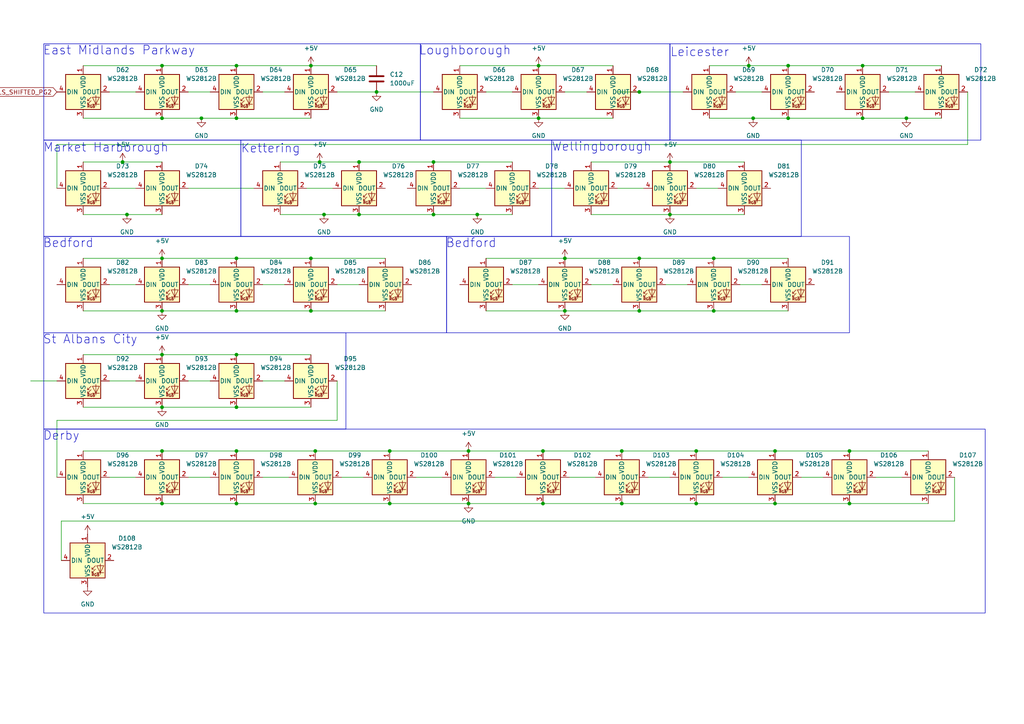
<source format=kicad_sch>
(kicad_sch (version 20250114) (generator "eeschema") (generator_version "9.0")
  (paper "A4")
  (title_block (title "Train Locs Board") (company "Sean Outram") (comment 1 "A TrainTrackr like board for the Midlands Mainline"))
  (lib_symbols
    (symbol "Device:C" (pin_numbers (hide yes)) (pin_names (offset 0.254))
      (property "Reference" "C" (at 0.635 2.54 0))
      (property "Value" "C" (at 0.635 -2.54 0))
      (symbol "C_0_1"
        (polyline (pts (xy -2.032 0.762) (xy 2.032 0.762)) (stroke (width 0.508)))
        (polyline (pts (xy -2.032 -0.762) (xy 2.032 -0.762)) (stroke (width 0.508)))
      )
      (symbol "C_1_1"
        (pin passive line (at 0 3.81 270) (length 2.794) (name "~") (number "1"))
        (pin passive line (at 0 -3.81 90) (length 2.794) (name "~") (number "2"))
      )
    )
    (symbol "LED:WS2812B" (pin_names (offset 0.254))
      (property "Reference" "D" (at 5.08 5.715 0))
      (property "Value" "WS2812B" (at 1.27 -5.715 0))
      (symbol "WS2812B_0_0"
        (text "RGB" (at 2.286 -4.191 0) (effects (font (size 0.762 0.762))))
      )
      (symbol "WS2812B_0_1"
        (polyline (pts (xy 1.27 -2.54) (xy 1.778 -2.54)))
        (polyline (pts (xy 1.27 -3.556) (xy 1.778 -3.556)))
        (polyline (pts (xy 2.286 -1.524) (xy 1.27 -2.54) (xy 1.27 -2.032)))
        (polyline (pts (xy 2.286 -2.54) (xy 1.27 -3.556) (xy 1.27 -3.048)))
        (polyline (pts (xy 3.683 -1.016) (xy 3.683 -3.556) (xy 3.683 -4.064)))
        (polyline (pts (xy 4.699 -1.524) (xy 2.667 -1.524) (xy 3.683 -3.556) (xy 4.699 -1.524)))
        (polyline (pts (xy 4.699 -3.556) (xy 2.667 -3.556)))
        (rectangle (start 5.08 5.08) (end -5.08 -5.08) (stroke (width 0.254)) (fill (type background)))
      )
      (symbol "WS2812B_1_1"
        (pin input line (at -7.62 0 0) (length 2.54) (name "DIN") (number "4"))
        (pin power_in line (at 0 7.62 270) (length 2.54) (name "VDD") (number "1"))
        (pin power_in line (at 0 -7.62 90) (length 2.54) (name "VSS") (number "3"))
        (pin output line (at 7.62 0 180) (length 2.54) (name "DOUT") (number "2"))
      )
    )
    (symbol "power:+5V" (power) (pin_numbers (hide yes)) (pin_names (offset 0) (hide yes))
      (property "Value" "+5V" (at 0 3.556 0))
      (symbol "+5V_0_1"
        (polyline (pts (xy -0.762 1.27) (xy 0 2.54)))
        (polyline (pts (xy 0 2.54) (xy 0.762 1.27)))
        (polyline (pts (xy 0 0) (xy 0 2.54)))
      )
      (symbol "+5V_1_1"
        (pin power_in line (at 0 0 90) (length 0) (name "~") (number "1"))
      )
    )
    (symbol "power:GND" (power) (pin_numbers (hide yes)) (pin_names (offset 0) (hide yes))
      (property "Value" "GND" (at 0 -3.81 0))
      (symbol "GND_0_1"
        (polyline (pts (xy 0 0) (xy 0 -1.27) (xy 1.27 -1.27) (xy 0 -2.54) (xy -1.27 -1.27) (xy 0 -1.27)))
      )
      (symbol "GND_1_1"
        (pin power_in line (at 0 0 270) (length 0) (name "~") (number "1"))
      )
    )
  )
  (rectangle (start 12.7 96.52) (end 100.33 124.46))
  (rectangle (start 129.54 68.58) (end 246.38 96.52))
  (rectangle (start 12.7 40.64) (end 69.85 68.58))
  (rectangle (start 69.85 40.64) (end 160.02 68.58))
  (rectangle (start 12.7 68.58) (end 129.54 96.52))
  (rectangle (start 12.7 124.46) (end 285.75 177.8))
  (rectangle (start 194.31 12.7) (end 284.48 40.64))
  (rectangle (start 12.7 12.7) (end 121.92 40.64))
  (rectangle (start 160.02 40.64) (end 232.41 68.58))
  (rectangle (start 121.92 12.7) (end 194.31 40.64))
  (text "Bedford" (at 19.812 70.612 0) (effects (font (size 2.54 2.54))))
  (text "East Midlands Parkway" (at 34.544 14.732 0) (effects (font (size 2.54 2.54))))
  (text "Loughborough" (at 134.874 14.732 0) (effects (font (size 2.54 2.54))))
  (text "Kettering" (at 78.486 43.18 0) (effects (font (size 2.54 2.54))))
  (text "Bedford" (at 136.652 70.612 0) (effects (font (size 2.54 2.54))))
  (text "St Albans City" (at 26.162 98.552 0) (effects (font (size 2.54 2.54))))
  (text "Market Harborough" (at 30.734 42.926 0) (effects (font (size 2.54 2.54))))
  (text "Wellingborough" (at 174.498 42.672 0) (effects (font (size 2.54 2.54))))
  (text "Leicester" (at 202.946 15.24 0) (effects (font (size 2.54 2.54))))
  (text "Derby" (at 17.78 126.492 0) (effects (font (size 2.54 2.54))))
  (junction (at 201.93 130.81))
  (junction (at 207.01 74.93))
  (junction (at 228.6 34.29))
  (junction (at 90.17 19.05))
  (junction (at 46.99 102.87))
  (junction (at 217.17 19.05))
  (junction (at 68.58 130.81))
  (junction (at 91.44 130.81))
  (junction (at 185.42 90.17))
  (junction (at 180.34 146.05))
  (junction (at 138.43 62.23))
  (junction (at 224.79 130.81))
  (junction (at 157.48 146.05))
  (junction (at 163.83 74.93))
  (junction (at 68.58 118.11))
  (junction (at 68.58 74.93))
  (junction (at 156.21 34.29))
  (junction (at 135.89 146.05))
  (junction (at 194.31 62.23))
  (junction (at 104.14 62.23))
  (junction (at 35.56 46.99))
  (junction (at 125.73 46.99))
  (junction (at 91.44 146.05))
  (junction (at 46.99 90.17))
  (junction (at 58.42 34.29))
  (junction (at 180.34 130.81))
  (junction (at 68.58 19.05))
  (junction (at 125.73 62.23))
  (junction (at 163.83 90.17))
  (junction (at 156.21 19.05))
  (junction (at 109.22 26.67))
  (junction (at 90.17 74.93))
  (junction (at 92.71 46.99))
  (junction (at 113.03 146.05))
  (junction (at 250.19 19.05))
  (junction (at 194.31 46.99))
  (junction (at 262.89 34.29))
  (junction (at 68.58 102.87))
  (junction (at 36.83 62.23))
  (junction (at 46.99 34.29))
  (junction (at 185.42 26.67))
  (junction (at 250.19 34.29))
  (junction (at 246.38 130.81))
  (junction (at 135.89 130.81))
  (junction (at 157.48 130.81))
  (junction (at 113.03 130.81))
  (junction (at 68.58 146.05))
  (junction (at 46.99 146.05))
  (junction (at 46.99 130.81))
  (junction (at 201.93 146.05))
  (junction (at 224.79 146.05))
  (junction (at 46.99 118.11))
  (junction (at 185.42 74.93))
  (junction (at 207.01 90.17))
  (junction (at 68.58 90.17))
  (junction (at 46.99 74.93))
  (junction (at 246.38 146.05))
  (junction (at 228.6 19.05))
  (junction (at 104.14 46.99))
  (junction (at 90.17 90.17))
  (junction (at 46.99 19.05))
  (junction (at 68.58 34.29))
  (junction (at 218.44 34.29))
  (junction (at 93.98 62.23))
  (wire (pts (xy 46.99 74.93) (xy 68.58 74.93)))
  (wire (pts (xy 163.83 26.67) (xy 170.18 26.67)))
  (wire (pts (xy 157.48 130.81) (xy 180.34 130.81)))
  (wire (pts (xy 68.58 130.81) (xy 46.99 130.81)))
  (wire (pts (xy 91.44 130.81) (xy 113.03 130.81)))
  (wire (pts (xy 68.58 118.11) (xy 90.17 118.11)))
  (wire (pts (xy 143.51 138.43) (xy 149.86 138.43)))
  (wire (pts (xy 246.38 130.81) (xy 269.24 130.81)))
  (wire (pts (xy 133.35 34.29) (xy 156.21 34.29)))
  (wire (pts (xy 163.83 90.17) (xy 185.42 90.17)))
  (wire (pts (xy 113.03 146.05) (xy 91.44 146.05)))
  (wire (pts (xy 135.89 130.81) (xy 157.48 130.81)))
  (wire (pts (xy 250.19 19.05) (xy 273.05 19.05)))
  (wire (pts (xy 224.79 146.05) (xy 246.38 146.05)))
  (wire (pts (xy 24.13 19.05) (xy 46.99 19.05)))
  (wire (pts (xy 209.55 138.43) (xy 217.17 138.43)))
  (wire (pts (xy 54.61 138.43) (xy 60.96 138.43)))
  (wire (pts (xy 24.13 46.99) (xy 35.56 46.99)))
  (wire (pts (xy 217.17 19.05) (xy 228.6 19.05)))
  (wire (pts (xy 140.97 74.93) (xy 163.83 74.93)))
  (wire (pts (xy 157.48 146.05) (xy 180.34 146.05)))
  (wire (pts (xy 24.13 102.87) (xy 46.99 102.87)))
  (wire (pts (xy 276.86 151.13) (xy 17.78 151.13)))
  (wire (pts (xy 156.21 34.29) (xy 177.8 34.29)))
  (wire (pts (xy 179.07 26.67) (xy 185.42 26.67)))
  (wire (pts (xy 17.78 151.13) (xy 17.78 162.56)))
  (wire (pts (xy 185.42 90.17) (xy 207.01 90.17)))
  (wire (pts (xy 185.42 26.67) (xy 198.12 26.67)))
  (wire (pts (xy 165.1 138.43) (xy 172.72 138.43)))
  (wire (pts (xy 207.01 90.17) (xy 228.6 90.17)))
  (wire (pts (xy 104.14 46.99) (xy 125.73 46.99)))
  (wire (pts (xy 90.17 90.17) (xy 111.76 90.17)))
  (wire (pts (xy 68.58 34.29) (xy 90.17 34.29)))
  (wire (pts (xy 194.31 62.23) (xy 215.9 62.23)))
  (wire (pts (xy 201.93 146.05) (xy 224.79 146.05)))
  (wire (pts (xy 31.75 26.67) (xy 39.37 26.67)))
  (wire (pts (xy 99.06 138.43) (xy 105.41 138.43)))
  (wire (pts (xy 120.65 138.43) (xy 128.27 138.43)))
  (wire (pts (xy 179.07 54.61) (xy 186.69 54.61)))
  (wire (pts (xy 24.13 146.05) (xy 46.99 146.05)))
  (wire (pts (xy 54.61 26.67) (xy 60.96 26.67)))
  (wire (pts (xy 113.03 146.05) (xy 135.89 146.05)))
  (wire (pts (xy 97.79 82.55) (xy 104.14 82.55)))
  (wire (pts (xy 193.04 82.55) (xy 199.39 82.55)))
  (wire (pts (xy 31.75 138.43) (xy 39.37 138.43)))
  (wire (pts (xy 218.44 34.29) (xy 228.6 34.29)))
  (wire (pts (xy 68.58 146.05) (xy 46.99 146.05)))
  (wire (pts (xy 135.89 146.05) (xy 157.48 146.05)))
  (wire (pts (xy 140.97 26.67) (xy 148.59 26.67)))
  (wire (pts (xy 97.79 110.49) (xy 97.79 121.92)))
  (wire (pts (xy 68.58 90.17) (xy 90.17 90.17)))
  (wire (pts (xy 187.96 138.43) (xy 194.31 138.43)))
  (wire (pts (xy 46.99 102.87) (xy 68.58 102.87)))
  (wire (pts (xy 171.45 46.99) (xy 194.31 46.99)))
  (wire (pts (xy 8.89 110.49) (xy 16.51 110.49)))
  (wire (pts (xy 16.51 41.91) (xy 16.51 54.61)))
  (wire (pts (xy 224.79 130.81) (xy 246.38 130.81)))
  (wire (pts (xy 207.01 74.93) (xy 228.6 74.93)))
  (wire (pts (xy 214.63 82.55) (xy 220.98 82.55)))
  (wire (pts (xy 68.58 130.81) (xy 91.44 130.81)))
  (wire (pts (xy 140.97 90.17) (xy 163.83 90.17)))
  (wire (pts (xy 46.99 34.29) (xy 58.42 34.29)))
  (wire (pts (xy 194.31 46.99) (xy 215.9 46.99)))
  (wire (pts (xy 133.35 54.61) (xy 140.97 54.61)))
  (wire (pts (xy 24.13 118.11) (xy 46.99 118.11)))
  (wire (pts (xy 201.93 130.81) (xy 224.79 130.81)))
  (wire (pts (xy 205.74 34.29) (xy 218.44 34.29)))
  (wire (pts (xy 262.89 34.29) (xy 273.05 34.29)))
  (wire (pts (xy 90.17 19.05) (xy 109.22 19.05)))
  (wire (pts (xy 213.36 26.67) (xy 220.98 26.67)))
  (wire (pts (xy 46.99 90.17) (xy 68.58 90.17)))
  (wire (pts (xy 171.45 62.23) (xy 194.31 62.23)))
  (wire (pts (xy 246.38 146.05) (xy 269.24 146.05)))
  (wire (pts (xy 36.83 62.23) (xy 46.99 62.23)))
  (wire (pts (xy 24.13 62.23) (xy 36.83 62.23)))
  (wire (pts (xy 185.42 74.93) (xy 207.01 74.93)))
  (wire (pts (xy 257.81 26.67) (xy 265.43 26.67)))
  (wire (pts (xy 148.59 82.55) (xy 156.21 82.55)))
  (wire (pts (xy 68.58 74.93) (xy 90.17 74.93)))
  (wire (pts (xy 31.75 54.61) (xy 39.37 54.61)))
  (wire (pts (xy 180.34 130.81) (xy 201.93 130.81)))
  (wire (pts (xy 201.93 54.61) (xy 208.28 54.61)))
  (wire (pts (xy 46.99 19.05) (xy 68.58 19.05)))
  (wire (pts (xy 24.13 90.17) (xy 46.99 90.17)))
  (wire (pts (xy 16.51 121.92) (xy 16.51 138.43)))
  (wire (pts (xy 90.17 19.05) (xy 68.58 19.05)))
  (wire (pts (xy 31.75 82.55) (xy 39.37 82.55)))
  (wire (pts (xy 91.44 146.05) (xy 68.58 146.05)))
  (wire (pts (xy 250.19 34.29) (xy 262.89 34.29)))
  (wire (pts (xy 156.21 19.05) (xy 177.8 19.05)))
  (wire (pts (xy 171.45 82.55) (xy 177.8 82.55)))
  (wire (pts (xy 81.28 46.99) (xy 92.71 46.99)))
  (wire (pts (xy 97.79 26.67) (xy 109.22 26.67)))
  (wire (pts (xy 24.13 34.29) (xy 46.99 34.29)))
  (wire (pts (xy 113.03 130.81) (xy 135.89 130.81)))
  (wire (pts (xy 156.21 54.61) (xy 163.83 54.61)))
  (wire (pts (xy 35.56 46.99) (xy 46.99 46.99)))
  (wire (pts (xy 54.61 110.49) (xy 60.96 110.49)))
  (wire (pts (xy 205.74 19.05) (xy 217.17 19.05)))
  (wire (pts (xy 54.61 82.55) (xy 60.96 82.55)))
  (wire (pts (xy 133.35 19.05) (xy 156.21 19.05)))
  (wire (pts (xy 163.83 74.93) (xy 185.42 74.93)))
  (wire (pts (xy 97.79 121.92) (xy 16.51 121.92)))
  (wire (pts (xy 228.6 19.05) (xy 250.19 19.05)))
  (wire (pts (xy 24.13 130.81) (xy 46.99 130.81)))
  (wire (pts (xy 76.2 82.55) (xy 82.55 82.55)))
  (wire (pts (xy 76.2 138.43) (xy 83.82 138.43)))
  (wire (pts (xy 125.73 46.99) (xy 148.59 46.99)))
  (wire (pts (xy 104.14 62.23) (xy 125.73 62.23)))
  (wire (pts (xy 76.2 110.49) (xy 82.55 110.49)))
  (wire (pts (xy 81.28 62.23) (xy 93.98 62.23)))
  (wire (pts (xy 228.6 34.29) (xy 250.19 34.29)))
  (wire (pts (xy 138.43 62.23) (xy 148.59 62.23)))
  (wire (pts (xy 93.98 62.23) (xy 104.14 62.23)))
  (wire (pts (xy 254 138.43) (xy 261.62 138.43)))
  (wire (pts (xy 24.13 74.93) (xy 46.99 74.93)))
  (wire (pts (xy 276.86 138.43) (xy 276.86 151.13)))
  (wire (pts (xy 125.73 62.23) (xy 138.43 62.23)))
  (wire (pts (xy 232.41 138.43) (xy 238.76 138.43)))
  (wire (pts (xy 16.51 41.91) (xy 280.67 41.91)))
  (wire (pts (xy 280.67 26.67) (xy 280.67 41.91)))
  (wire (pts (xy 31.75 110.49) (xy 39.37 110.49)))
  (wire (pts (xy 58.42 34.29) (xy 68.58 34.29)))
  (wire (pts (xy 76.2 26.67) (xy 82.55 26.67)))
  (wire (pts (xy 90.17 74.93) (xy 111.76 74.93)))
  (wire (pts (xy 92.71 46.99) (xy 104.14 46.99)))
  (wire (pts (xy 109.22 26.67) (xy 125.73 26.67)))
  (wire (pts (xy 88.9 54.61) (xy 96.52 54.61)))
  (wire (pts (xy 54.61 54.61) (xy 73.66 54.61)))
  (wire (pts (xy 180.34 146.05) (xy 201.93 146.05)))
  (wire (pts (xy 68.58 102.87) (xy 90.17 102.87)))
  (wire (pts (xy 46.99 118.11) (xy 68.58 118.11)))
  (global_label "NEOPIXELS_SHIFTED_PG2" (shape input) (at 16.51 26.67 180) (property "Intersheetrefs" "${INTERSHEET_REFS}" (effects (hide yes))))
  (symbol (lib_id "LED:WS2812B") (at 207.01 82.55 0) (unit 1)
    (property "Reference" "D90" (at 218.44 76.1298 0))
    (property "Value" "WS2812B" (at 218.44 78.6698 0))
    (property "Footprint" "LED_SMD:LED_WS2812B_PLCC4_5.0x5.0mm_P3.2mm" (effects (hide yes)))
    (property "Datasheet" "https://cdn-shop.adafruit.com/datasheets/WS2812B.pdf" (effects (hide yes)))
    (property "Description" "RGB LED with integrated controller" (effects (hide yes)))
  )
  (symbol (lib_id "LED:WS2812B") (at 246.38 138.43 0) (unit 1)
    (property "Reference" "D106" (at 257.81 132.0098 0))
    (property "Value" "WS2812B" (at 257.81 134.5498 0))
    (property "Footprint" "LED_SMD:LED_WS2812B_PLCC4_5.0x5.0mm_P3.2mm" (effects (hide yes)))
    (property "Datasheet" "https://cdn-shop.adafruit.com/datasheets/WS2812B.pdf" (effects (hide yes)))
    (property "Description" "RGB LED with integrated controller" (effects (hide yes)))
  )
  (symbol (lib_id "LED:WS2812B") (at 163.83 82.55 0) (unit 1)
    (property "Reference" "D88" (at 175.26 76.1298 0))
    (property "Value" "WS2812B" (at 175.26 78.6698 0))
    (property "Footprint" "LED_SMD:LED_WS2812B_PLCC4_5.0x5.0mm_P3.2mm" (effects (hide yes)))
    (property "Datasheet" "https://cdn-shop.adafruit.com/datasheets/WS2812B.pdf" (effects (hide yes)))
    (property "Description" "RGB LED with integrated controller" (effects (hide yes)))
  )
  (symbol (lib_id "power:GND") (at 135.89 146.05 0) (unit 1)
    (property "Reference" "#PWR069" (effects (hide yes)))
    (property "Value" "GND" (at 135.89 151.13 0))
    (property "Description" "Power symbol creates a global label with name \"GND\" , ground" (effects (hide yes)))
  )
  (symbol (lib_id "LED:WS2812B") (at 104.14 54.61 0) (unit 1)
    (property "Reference" "D76" (at 115.57 48.1898 0))
    (property "Value" "WS2812B" (at 115.57 50.7298 0))
    (property "Footprint" "LED_SMD:LED_WS2812B_PLCC4_5.0x5.0mm_P3.2mm" (effects (hide yes)))
    (property "Datasheet" "https://cdn-shop.adafruit.com/datasheets/WS2812B.pdf" (effects (hide yes)))
    (property "Description" "RGB LED with integrated controller" (effects (hide yes)))
  )
  (symbol (lib_id "power:+5V") (at 163.83 74.93 0) (unit 1)
    (property "Reference" "#PWR063" (effects (hide yes)))
    (property "Value" "+5V" (at 163.83 69.85 0))
    (property "Description" "Power symbol creates a global label with name \"+5V\"" (effects (hide yes)))
  )
  (symbol (lib_id "LED:WS2812B") (at 185.42 82.55 0) (unit 1)
    (property "Reference" "D89" (at 196.85 76.1298 0))
    (property "Value" "WS2812B" (at 196.85 78.6698 0))
    (property "Footprint" "LED_SMD:LED_WS2812B_PLCC4_5.0x5.0mm_P3.2mm" (effects (hide yes)))
    (property "Datasheet" "https://cdn-shop.adafruit.com/datasheets/WS2812B.pdf" (effects (hide yes)))
    (property "Description" "RGB LED with integrated controller" (effects (hide yes)))
  )
  (symbol (lib_id "power:+5V") (at 92.71 46.99 0) (unit 1)
    (property "Reference" "#PWR056" (effects (hide yes)))
    (property "Value" "+5V" (at 92.71 41.91 0))
    (property "Description" "Power symbol creates a global label with name \"+5V\"" (effects (hide yes)))
  )
  (symbol (lib_id "LED:WS2812B") (at 228.6 26.67 0) (unit 1)
    (property "Reference" "D70" (at 240.03 20.2498 0))
    (property "Value" "WS2812B" (at 240.03 22.7898 0))
    (property "Footprint" "LED_SMD:LED_WS2812B_PLCC4_5.0x5.0mm_P3.2mm" (effects (hide yes)))
    (property "Datasheet" "https://cdn-shop.adafruit.com/datasheets/WS2812B.pdf" (effects (hide yes)))
    (property "Description" "RGB LED with integrated controller" (effects (hide yes)))
  )
  (symbol (lib_id "LED:WS2812B") (at 46.99 26.67 0) (unit 1)
    (property "Reference" "D63" (at 58.42 20.2498 0))
    (property "Value" "WS2812B" (at 58.42 22.7898 0))
    (property "Footprint" "LED_SMD:LED_WS2812B_PLCC4_5.0x5.0mm_P3.2mm" (effects (hide yes)))
    (property "Datasheet" "https://cdn-shop.adafruit.com/datasheets/WS2812B.pdf" (effects (hide yes)))
    (property "Description" "RGB LED with integrated controller" (effects (hide yes)))
  )
  (symbol (lib_id "LED:WS2812B") (at 68.58 110.49 0) (unit 1)
    (property "Reference" "D94" (at 80.01 104.0698 0))
    (property "Value" "WS2812B" (at 80.01 106.6098 0))
    (property "Footprint" "LED_SMD:LED_WS2812B_PLCC4_5.0x5.0mm_P3.2mm" (effects (hide yes)))
    (property "Datasheet" "https://cdn-shop.adafruit.com/datasheets/WS2812B.pdf" (effects (hide yes)))
    (property "Description" "RGB LED with integrated controller" (effects (hide yes)))
  )
  (symbol (lib_id "LED:WS2812B") (at 269.24 138.43 0) (unit 1)
    (property "Reference" "D107" (at 280.67 132.0098 0))
    (property "Value" "WS2812B" (at 280.67 134.5498 0))
    (property "Footprint" "LED_SMD:LED_WS2812B_PLCC4_5.0x5.0mm_P3.2mm" (effects (hide yes)))
    (property "Datasheet" "https://cdn-shop.adafruit.com/datasheets/WS2812B.pdf" (effects (hide yes)))
    (property "Description" "RGB LED with integrated controller" (effects (hide yes)))
  )
  (symbol (lib_id "LED:WS2812B") (at 273.05 26.67 0) (unit 1)
    (property "Reference" "D72" (at 284.48 20.2498 0))
    (property "Value" "WS2812B" (at 284.48 22.7898 0))
    (property "Footprint" "LED_SMD:LED_WS2812B_PLCC4_5.0x5.0mm_P3.2mm" (effects (hide yes)))
    (property "Datasheet" "https://cdn-shop.adafruit.com/datasheets/WS2812B.pdf" (effects (hide yes)))
    (property "Description" "RGB LED with integrated controller" (effects (hide yes)))
  )
  (symbol (lib_id "power:+5V") (at 25.4 154.94 0) (unit 1)
    (property "Reference" "#PWR070" (effects (hide yes)))
    (property "Value" "+5V" (at 25.4 149.86 0))
    (property "Description" "Power symbol creates a global label with name \"+5V\"" (effects (hide yes)))
  )
  (symbol (lib_id "LED:WS2812B") (at 24.13 82.55 0) (unit 1)
    (property "Reference" "D82" (at 35.56 76.1298 0))
    (property "Value" "WS2812B" (at 35.56 78.6698 0))
    (property "Footprint" "LED_SMD:LED_WS2812B_PLCC4_5.0x5.0mm_P3.2mm" (effects (hide yes)))
    (property "Datasheet" "https://cdn-shop.adafruit.com/datasheets/WS2812B.pdf" (effects (hide yes)))
    (property "Description" "RGB LED with integrated controller" (effects (hide yes)))
  )
  (symbol (lib_id "power:GND") (at 262.89 34.29 0) (unit 1)
    (property "Reference" "#PWR054" (effects (hide yes)))
    (property "Value" "GND" (at 262.89 39.37 0))
    (property "Description" "Power symbol creates a global label with name \"GND\" , ground" (effects (hide yes)))
  )
  (symbol (lib_id "power:+5V") (at 156.21 19.05 0) (unit 1)
    (property "Reference" "#PWR048" (effects (hide yes)))
    (property "Value" "+5V" (at 156.21 13.97 0))
    (property "Description" "Power symbol creates a global label with name \"+5V\"" (effects (hide yes)))
  )
  (symbol (lib_id "LED:WS2812B") (at 81.28 54.61 0) (unit 1)
    (property "Reference" "D75" (at 92.71 48.1898 0))
    (property "Value" "WS2812B" (at 92.71 50.7298 0))
    (property "Footprint" "LED_SMD:LED_WS2812B_PLCC4_5.0x5.0mm_P3.2mm" (effects (hide yes)))
    (property "Datasheet" "https://cdn-shop.adafruit.com/datasheets/WS2812B.pdf" (effects (hide yes)))
    (property "Description" "RGB LED with integrated controller" (effects (hide yes)))
  )
  (symbol (lib_id "LED:WS2812B") (at 68.58 82.55 0) (unit 1)
    (property "Reference" "D84" (at 80.01 76.1298 0))
    (property "Value" "WS2812B" (at 80.01 78.6698 0))
    (property "Footprint" "LED_SMD:LED_WS2812B_PLCC4_5.0x5.0mm_P3.2mm" (effects (hide yes)))
    (property "Datasheet" "https://cdn-shop.adafruit.com/datasheets/WS2812B.pdf" (effects (hide yes)))
    (property "Description" "RGB LED with integrated controller" (effects (hide yes)))
  )
  (symbol (lib_id "Device:C") (at 109.22 22.86 0) (unit 1)
    (property "Reference" "C12" (at 113.03 21.5899 0) (effects (justify left)))
    (property "Value" "1000uF" (at 113.03 24.1299 0) (effects (justify left)))
    (property "Description" "Unpolarized capacitor" (effects (hide yes)))
  )
  (symbol (lib_id "LED:WS2812B") (at 148.59 54.61 0) (unit 1)
    (property "Reference" "D78" (at 160.02 48.1898 0))
    (property "Value" "WS2812B" (at 160.02 50.7298 0))
    (property "Footprint" "LED_SMD:LED_WS2812B_PLCC4_5.0x5.0mm_P3.2mm" (effects (hide yes)))
    (property "Datasheet" "https://cdn-shop.adafruit.com/datasheets/WS2812B.pdf" (effects (hide yes)))
    (property "Description" "RGB LED with integrated controller" (effects (hide yes)))
  )
  (symbol (lib_id "LED:WS2812B") (at 205.74 26.67 0) (unit 1)
    (property "Reference" "D69" (at 217.17 20.2498 0))
    (property "Value" "WS2812B" (at 217.17 22.7898 0))
    (property "Footprint" "LED_SMD:LED_WS2812B_PLCC4_5.0x5.0mm_P3.2mm" (effects (hide yes)))
    (property "Datasheet" "https://cdn-shop.adafruit.com/datasheets/WS2812B.pdf" (effects (hide yes)))
    (property "Description" "RGB LED with integrated controller" (effects (hide yes)))
  )
  (symbol (lib_id "LED:WS2812B") (at 157.48 138.43 0) (unit 1)
    (property "Reference" "D102" (at 168.91 132.0098 0))
    (property "Value" "WS2812B" (at 168.91 134.5498 0))
    (property "Footprint" "LED_SMD:LED_WS2812B_PLCC4_5.0x5.0mm_P3.2mm" (effects (hide yes)))
    (property "Datasheet" "https://cdn-shop.adafruit.com/datasheets/WS2812B.pdf" (effects (hide yes)))
    (property "Description" "RGB LED with integrated controller" (effects (hide yes)))
  )
  (symbol (lib_id "LED:WS2812B") (at 125.73 54.61 0) (unit 1)
    (property "Reference" "D77" (at 137.16 48.1898 0))
    (property "Value" "WS2812B" (at 137.16 50.7298 0))
    (property "Footprint" "LED_SMD:LED_WS2812B_PLCC4_5.0x5.0mm_P3.2mm" (effects (hide yes)))
    (property "Datasheet" "https://cdn-shop.adafruit.com/datasheets/WS2812B.pdf" (effects (hide yes)))
    (property "Description" "RGB LED with integrated controller" (effects (hide yes)))
  )
  (symbol (lib_id "LED:WS2812B") (at 24.13 26.67 0) (unit 1)
    (property "Reference" "D62" (at 35.56 20.2498 0))
    (property "Value" "WS2812B" (at 35.56 22.7898 0))
    (property "Footprint" "LED_SMD:LED_WS2812B_PLCC4_5.0x5.0mm_P3.2mm" (effects (hide yes)))
    (property "Datasheet" "https://cdn-shop.adafruit.com/datasheets/WS2812B.pdf" (effects (hide yes)))
    (property "Description" "RGB LED with integrated controller" (effects (hide yes)))
  )
  (symbol (lib_id "LED:WS2812B") (at 46.99 54.61 0) (unit 1)
    (property "Reference" "D74" (at 58.42 48.1898 0))
    (property "Value" "WS2812B" (at 58.42 50.7298 0))
    (property "Footprint" "LED_SMD:LED_WS2812B_PLCC4_5.0x5.0mm_P3.2mm" (effects (hide yes)))
    (property "Datasheet" "https://cdn-shop.adafruit.com/datasheets/WS2812B.pdf" (effects (hide yes)))
    (property "Description" "RGB LED with integrated controller" (effects (hide yes)))
  )
  (symbol (lib_id "LED:WS2812B") (at 113.03 138.43 0) (unit 1)
    (property "Reference" "D100" (at 124.46 132.0098 0))
    (property "Value" "WS2812B" (at 124.46 134.5498 0))
    (property "Footprint" "LED_SMD:LED_WS2812B_PLCC4_5.0x5.0mm_P3.2mm" (effects (hide yes)))
    (property "Datasheet" "https://cdn-shop.adafruit.com/datasheets/WS2812B.pdf" (effects (hide yes)))
    (property "Description" "RGB LED with integrated controller" (effects (hide yes)))
  )
  (symbol (lib_id "LED:WS2812B") (at 46.99 82.55 0) (unit 1)
    (property "Reference" "D83" (at 58.42 76.1298 0))
    (property "Value" "WS2812B" (at 58.42 78.6698 0))
    (property "Footprint" "LED_SMD:LED_WS2812B_PLCC4_5.0x5.0mm_P3.2mm" (effects (hide yes)))
    (property "Datasheet" "https://cdn-shop.adafruit.com/datasheets/WS2812B.pdf" (effects (hide yes)))
    (property "Description" "RGB LED with integrated controller" (effects (hide yes)))
  )
  (symbol (lib_id "power:GND") (at 218.44 34.29 0) (unit 1)
    (property "Reference" "#PWR053" (effects (hide yes)))
    (property "Value" "GND" (at 218.44 39.37 0))
    (property "Description" "Power symbol creates a global label with name \"GND\" , ground" (effects (hide yes)))
  )
  (symbol (lib_id "power:+5V") (at 135.89 130.81 0) (unit 1)
    (property "Reference" "#PWR068" (effects (hide yes)))
    (property "Value" "+5V" (at 135.89 125.73 0))
    (property "Description" "Power symbol creates a global label with name \"+5V\"" (effects (hide yes)))
  )
  (symbol (lib_id "LED:WS2812B") (at 24.13 54.61 0) (unit 1)
    (property "Reference" "D73" (at 35.56 48.1898 0))
    (property "Value" "WS2812B" (at 35.56 50.7298 0))
    (property "Footprint" "LED_SMD:LED_WS2812B_PLCC4_5.0x5.0mm_P3.2mm" (effects (hide yes)))
    (property "Datasheet" "https://cdn-shop.adafruit.com/datasheets/WS2812B.pdf" (effects (hide yes)))
    (property "Description" "RGB LED with integrated controller" (effects (hide yes)))
  )
  (symbol (lib_id "LED:WS2812B") (at 215.9 54.61 0) (unit 1)
    (property "Reference" "D81" (at 227.33 48.1898 0))
    (property "Value" "WS2812B" (at 227.33 50.7298 0))
    (property "Footprint" "LED_SMD:LED_WS2812B_PLCC4_5.0x5.0mm_P3.2mm" (effects (hide yes)))
    (property "Datasheet" "https://cdn-shop.adafruit.com/datasheets/WS2812B.pdf" (effects (hide yes)))
    (property "Description" "RGB LED with integrated controller" (effects (hide yes)))
  )
  (symbol (lib_id "LED:WS2812B") (at 90.17 82.55 0) (unit 1)
    (property "Reference" "D85" (at 101.6 76.1298 0))
    (property "Value" "WS2812B" (at 101.6 78.6698 0))
    (property "Footprint" "LED_SMD:LED_WS2812B_PLCC4_5.0x5.0mm_P3.2mm" (effects (hide yes)))
    (property "Datasheet" "https://cdn-shop.adafruit.com/datasheets/WS2812B.pdf" (effects (hide yes)))
    (property "Description" "RGB LED with integrated controller" (effects (hide yes)))
  )
  (symbol (lib_id "LED:WS2812B") (at 250.19 26.67 0) (unit 1)
    (property "Reference" "D71" (at 261.62 20.2498 0))
    (property "Value" "WS2812B" (at 261.62 22.7898 0))
    (property "Footprint" "LED_SMD:LED_WS2812B_PLCC4_5.0x5.0mm_P3.2mm" (effects (hide yes)))
    (property "Datasheet" "https://cdn-shop.adafruit.com/datasheets/WS2812B.pdf" (effects (hide yes)))
    (property "Description" "RGB LED with integrated controller" (effects (hide yes)))
  )
  (symbol (lib_id "LED:WS2812B") (at 140.97 82.55 0) (unit 1)
    (property "Reference" "D87" (at 152.4 76.1298 0))
    (property "Value" "WS2812B" (at 152.4 78.6698 0))
    (property "Footprint" "LED_SMD:LED_WS2812B_PLCC4_5.0x5.0mm_P3.2mm" (effects (hide yes)))
    (property "Datasheet" "https://cdn-shop.adafruit.com/datasheets/WS2812B.pdf" (effects (hide yes)))
    (property "Description" "RGB LED with integrated controller" (effects (hide yes)))
  )
  (symbol (lib_id "LED:WS2812B") (at 46.99 138.43 0) (unit 1)
    (property "Reference" "D97" (at 58.42 132.0098 0))
    (property "Value" "WS2812B" (at 58.42 134.5498 0))
    (property "Footprint" "LED_SMD:LED_WS2812B_PLCC4_5.0x5.0mm_P3.2mm" (effects (hide yes)))
    (property "Datasheet" "https://cdn-shop.adafruit.com/datasheets/WS2812B.pdf" (effects (hide yes)))
    (property "Description" "RGB LED with integrated controller" (effects (hide yes)))
  )
  (symbol (lib_id "LED:WS2812B") (at 135.89 138.43 0) (unit 1)
    (property "Reference" "D101" (at 147.32 132.0098 0))
    (property "Value" "WS2812B" (at 147.32 134.5498 0))
    (property "Footprint" "LED_SMD:LED_WS2812B_PLCC4_5.0x5.0mm_P3.2mm" (effects (hide yes)))
    (property "Datasheet" "https://cdn-shop.adafruit.com/datasheets/WS2812B.pdf" (effects (hide yes)))
    (property "Description" "RGB LED with integrated controller" (effects (hide yes)))
  )
  (symbol (lib_id "power:GND") (at 25.4 170.18 0) (unit 1)
    (property "Reference" "#PWR071" (effects (hide yes)))
    (property "Value" "GND" (at 25.4 175.26 0))
    (property "Description" "Power symbol creates a global label with name \"GND\" , ground" (effects (hide yes)))
  )
  (symbol (lib_id "LED:WS2812B") (at 177.8 26.67 0) (unit 1)
    (property "Reference" "D68" (at 189.23 20.2498 0))
    (property "Value" "WS2812B" (at 189.23 22.7898 0))
    (property "Footprint" "LED_SMD:LED_WS2812B_PLCC4_5.0x5.0mm_P3.2mm" (effects (hide yes)))
    (property "Datasheet" "https://cdn-shop.adafruit.com/datasheets/WS2812B.pdf" (effects (hide yes)))
    (property "Description" "RGB LED with integrated controller" (effects (hide yes)))
  )
  (symbol (lib_id "power:GND") (at 46.99 118.11 0) (unit 1)
    (property "Reference" "#PWR067" (effects (hide yes)))
    (property "Value" "GND" (at 46.99 123.19 0))
    (property "Description" "Power symbol creates a global label with name \"GND\" , ground" (effects (hide yes)))
  )
  (symbol (lib_id "power:GND") (at 46.99 90.17 0) (unit 1)
    (property "Reference" "#PWR064" (effects (hide yes)))
    (property "Value" "GND" (at 46.99 95.25 0))
    (property "Description" "Power symbol creates a global label with name \"GND\" , ground" (effects (hide yes)))
  )
  (symbol (lib_id "power:+5V") (at 46.99 74.93 0) (unit 1)
    (property "Reference" "#PWR062" (effects (hide yes)))
    (property "Value" "+5V" (at 46.99 69.85 0))
    (property "Description" "Power symbol creates a global label with name \"+5V\"" (effects (hide yes)))
  )
  (symbol (lib_id "LED:WS2812B") (at 46.99 110.49 0) (unit 1)
    (property "Reference" "D93" (at 58.42 104.0698 0))
    (property "Value" "WS2812B" (at 58.42 106.6098 0))
    (property "Footprint" "LED_SMD:LED_WS2812B_PLCC4_5.0x5.0mm_P3.2mm" (effects (hide yes)))
    (property "Datasheet" "https://cdn-shop.adafruit.com/datasheets/WS2812B.pdf" (effects (hide yes)))
    (property "Description" "RGB LED with integrated controller" (effects (hide yes)))
  )
  (symbol (lib_id "LED:WS2812B") (at 68.58 26.67 0) (unit 1)
    (property "Reference" "D64" (at 80.01 20.2498 0))
    (property "Value" "WS2812B" (at 80.01 22.7898 0))
    (property "Footprint" "LED_SMD:LED_WS2812B_PLCC4_5.0x5.0mm_P3.2mm" (effects (hide yes)))
    (property "Datasheet" "https://cdn-shop.adafruit.com/datasheets/WS2812B.pdf" (effects (hide yes)))
    (property "Description" "RGB LED with integrated controller" (effects (hide yes)))
  )
  (symbol (lib_id "LED:WS2812B") (at 180.34 138.43 0) (unit 1)
    (property "Reference" "D103" (at 191.77 132.0098 0))
    (property "Value" "WS2812B" (at 191.77 134.5498 0))
    (property "Footprint" "LED_SMD:LED_WS2812B_PLCC4_5.0x5.0mm_P3.2mm" (effects (hide yes)))
    (property "Datasheet" "https://cdn-shop.adafruit.com/datasheets/WS2812B.pdf" (effects (hide yes)))
    (property "Description" "RGB LED with integrated controller" (effects (hide yes)))
  )
  (symbol (lib_id "power:GND") (at 109.22 26.67 0) (unit 1)
    (property "Reference" "#PWR050" (effects (hide yes)))
    (property "Value" "GND" (at 109.22 31.75 0))
    (property "Description" "Power symbol creates a global label with name \"GND\" , ground" (effects (hide yes)))
  )
  (symbol (lib_id "LED:WS2812B") (at 156.21 26.67 0) (unit 1)
    (property "Reference" "D67" (at 167.64 20.2498 0))
    (property "Value" "WS2812B" (at 167.64 22.7898 0))
    (property "Footprint" "LED_SMD:LED_WS2812B_PLCC4_5.0x5.0mm_P3.2mm" (effects (hide yes)))
    (property "Datasheet" "https://cdn-shop.adafruit.com/datasheets/WS2812B.pdf" (effects (hide yes)))
    (property "Description" "RGB LED with integrated controller" (effects (hide yes)))
  )
  (symbol (lib_id "LED:WS2812B") (at 25.4 162.56 0) (unit 1)
    (property "Reference" "D108" (at 36.83 156.1398 0))
    (property "Value" "WS2812B" (at 36.83 158.6798 0))
    (property "Footprint" "LED_SMD:LED_WS2812B_PLCC4_5.0x5.0mm_P3.2mm" (effects (hide yes)))
    (property "Datasheet" "https://cdn-shop.adafruit.com/datasheets/WS2812B.pdf" (effects (hide yes)))
    (property "Description" "RGB LED with integrated controller" (effects (hide yes)))
  )
  (symbol (lib_id "LED:WS2812B") (at 24.13 138.43 0) (unit 1)
    (property "Reference" "D96" (at 35.56 132.0098 0))
    (property "Value" "WS2812B" (at 35.56 134.5498 0))
    (property "Footprint" "LED_SMD:LED_WS2812B_PLCC4_5.0x5.0mm_P3.2mm" (effects (hide yes)))
    (property "Datasheet" "https://cdn-shop.adafruit.com/datasheets/WS2812B.pdf" (effects (hide yes)))
    (property "Description" "RGB LED with integrated controller" (effects (hide yes)))
  )
  (symbol (lib_id "power:+5V") (at 46.99 102.87 0) (unit 1)
    (property "Reference" "#PWR066" (effects (hide yes)))
    (property "Value" "+5V" (at 46.99 97.79 0))
    (property "Description" "Power symbol creates a global label with name \"+5V\"" (effects (hide yes)))
  )
  (symbol (lib_id "LED:WS2812B") (at 111.76 82.55 0) (unit 1)
    (property "Reference" "D86" (at 123.19 76.1298 0))
    (property "Value" "WS2812B" (at 123.19 78.6698 0))
    (property "Footprint" "LED_SMD:LED_WS2812B_PLCC4_5.0x5.0mm_P3.2mm" (effects (hide yes)))
    (property "Datasheet" "https://cdn-shop.adafruit.com/datasheets/WS2812B.pdf" (effects (hide yes)))
    (property "Description" "RGB LED with integrated controller" (effects (hide yes)))
  )
  (symbol (lib_id "power:GND") (at 58.42 34.29 0) (unit 1)
    (property "Reference" "#PWR051" (effects (hide yes)))
    (property "Value" "GND" (at 58.42 39.37 0))
    (property "Description" "Power symbol creates a global label with name \"GND\" , ground" (effects (hide yes)))
  )
  (symbol (lib_id "power:GND") (at 163.83 90.17 0) (unit 1)
    (property "Reference" "#PWR065" (effects (hide yes)))
    (property "Value" "GND" (at 163.83 95.25 0))
    (property "Description" "Power symbol creates a global label with name \"GND\" , ground" (effects (hide yes)))
  )
  (symbol (lib_id "power:GND") (at 93.98 62.23 0) (unit 1)
    (property "Reference" "#PWR059" (effects (hide yes)))
    (property "Value" "GND" (at 93.98 67.31 0))
    (property "Description" "Power symbol creates a global label with name \"GND\" , ground" (effects (hide yes)))
  )
  (symbol (lib_id "power:GND") (at 138.43 62.23 0) (unit 1)
    (property "Reference" "#PWR060" (effects (hide yes)))
    (property "Value" "GND" (at 138.43 67.31 0))
    (property "Description" "Power symbol creates a global label with name \"GND\" , ground" (effects (hide yes)))
  )
  (symbol (lib_id "LED:WS2812B") (at 201.93 138.43 0) (unit 1)
    (property "Reference" "D104" (at 213.36 132.0098 0))
    (property "Value" "WS2812B" (at 213.36 134.5498 0))
    (property "Footprint" "LED_SMD:LED_WS2812B_PLCC4_5.0x5.0mm_P3.2mm" (effects (hide yes)))
    (property "Datasheet" "https://cdn-shop.adafruit.com/datasheets/WS2812B.pdf" (effects (hide yes)))
    (property "Description" "RGB LED with integrated controller" (effects (hide yes)))
  )
  (symbol (lib_id "power:GND") (at 36.83 62.23 0) (unit 1)
    (property "Reference" "#PWR058" (effects (hide yes)))
    (property "Value" "GND" (at 36.83 67.31 0))
    (property "Description" "Power symbol creates a global label with name \"GND\" , ground" (effects (hide yes)))
  )
  (symbol (lib_id "LED:WS2812B") (at 133.35 26.67 0) (unit 1)
    (property "Reference" "D66" (at 144.78 20.2498 0))
    (property "Value" "WS2812B" (at 144.78 22.7898 0))
    (property "Footprint" "LED_SMD:LED_WS2812B_PLCC4_5.0x5.0mm_P3.2mm" (effects (hide yes)))
    (property "Datasheet" "https://cdn-shop.adafruit.com/datasheets/WS2812B.pdf" (effects (hide yes)))
    (property "Description" "RGB LED with integrated controller" (effects (hide yes)))
  )
  (symbol (lib_id "LED:WS2812B") (at 90.17 26.67 0) (unit 1)
    (property "Reference" "D65" (at 101.6 20.2498 0))
    (property "Value" "WS2812B" (at 101.6 22.7898 0))
    (property "Footprint" "LED_SMD:LED_WS2812B_PLCC4_5.0x5.0mm_P3.2mm" (effects (hide yes)))
    (property "Datasheet" "https://cdn-shop.adafruit.com/datasheets/WS2812B.pdf" (effects (hide yes)))
    (property "Description" "RGB LED with integrated controller" (effects (hide yes)))
  )
  (symbol (lib_id "LED:WS2812B") (at 228.6 82.55 0) (unit 1)
    (property "Reference" "D91" (at 240.03 76.1298 0))
    (property "Value" "WS2812B" (at 240.03 78.6698 0))
    (property "Footprint" "LED_SMD:LED_WS2812B_PLCC4_5.0x5.0mm_P3.2mm" (effects (hide yes)))
    (property "Datasheet" "https://cdn-shop.adafruit.com/datasheets/WS2812B.pdf" (effects (hide yes)))
    (property "Description" "RGB LED with integrated controller" (effects (hide yes)))
  )
  (symbol (lib_id "LED:WS2812B") (at 224.79 138.43 0) (unit 1)
    (property "Reference" "D105" (at 236.22 132.0098 0))
    (property "Value" "WS2812B" (at 236.22 134.5498 0))
    (property "Footprint" "LED_SMD:LED_WS2812B_PLCC4_5.0x5.0mm_P3.2mm" (effects (hide yes)))
    (property "Datasheet" "https://cdn-shop.adafruit.com/datasheets/WS2812B.pdf" (effects (hide yes)))
    (property "Description" "RGB LED with integrated controller" (effects (hide yes)))
  )
  (symbol (lib_id "power:+5V") (at 217.17 19.05 0) (unit 1)
    (property "Reference" "#PWR049" (effects (hide yes)))
    (property "Value" "+5V" (at 217.17 13.97 0))
    (property "Description" "Power symbol creates a global label with name \"+5V\"" (effects (hide yes)))
  )
  (symbol (lib_id "LED:WS2812B") (at 24.13 110.49 0) (unit 1)
    (property "Reference" "D92" (at 35.56 104.0698 0))
    (property "Value" "WS2812B" (at 35.56 106.6098 0))
    (property "Footprint" "LED_SMD:LED_WS2812B_PLCC4_5.0x5.0mm_P3.2mm" (effects (hide yes)))
    (property "Datasheet" "https://cdn-shop.adafruit.com/datasheets/WS2812B.pdf" (effects (hide yes)))
    (property "Description" "RGB LED with integrated controller" (effects (hide yes)))
  )
  (symbol (lib_id "LED:WS2812B") (at 171.45 54.61 0) (unit 1)
    (property "Reference" "D79" (at 182.88 48.1898 0))
    (property "Value" "WS2812B" (at 182.88 50.7298 0))
    (property "Footprint" "LED_SMD:LED_WS2812B_PLCC4_5.0x5.0mm_P3.2mm" (effects (hide yes)))
    (property "Datasheet" "https://cdn-shop.adafruit.com/datasheets/WS2812B.pdf" (effects (hide yes)))
    (property "Description" "RGB LED with integrated controller" (effects (hide yes)))
  )
  (symbol (lib_id "LED:WS2812B") (at 194.31 54.61 0) (unit 1)
    (property "Reference" "D80" (at 205.74 48.1898 0))
    (property "Value" "WS2812B" (at 205.74 50.7298 0))
    (property "Footprint" "LED_SMD:LED_WS2812B_PLCC4_5.0x5.0mm_P3.2mm" (effects (hide yes)))
    (property "Datasheet" "https://cdn-shop.adafruit.com/datasheets/WS2812B.pdf" (effects (hide yes)))
    (property "Description" "RGB LED with integrated controller" (effects (hide yes)))
  )
  (symbol (lib_id "power:+5V") (at 35.56 46.99 0) (unit 1)
    (property "Reference" "#PWR055" (effects (hide yes)))
    (property "Value" "+5V" (at 35.56 41.91 0))
    (property "Description" "Power symbol creates a global label with name \"+5V\"" (effects (hide yes)))
  )
  (symbol (lib_id "LED:WS2812B") (at 68.58 138.43 0) (unit 1)
    (property "Reference" "D98" (at 80.01 132.0098 0))
    (property "Value" "WS2812B" (at 80.01 134.5498 0))
    (property "Footprint" "LED_SMD:LED_WS2812B_PLCC4_5.0x5.0mm_P3.2mm" (effects (hide yes)))
    (property "Datasheet" "https://cdn-shop.adafruit.com/datasheets/WS2812B.pdf" (effects (hide yes)))
    (property "Description" "RGB LED with integrated controller" (effects (hide yes)))
  )
  (symbol (lib_id "LED:WS2812B") (at 90.17 110.49 0) (unit 1)
    (property "Reference" "D95" (at 101.6 104.0698 0))
    (property "Value" "WS2812B" (at 101.6 106.6098 0))
    (property "Footprint" "LED_SMD:LED_WS2812B_PLCC4_5.0x5.0mm_P3.2mm" (effects (hide yes)))
    (property "Datasheet" "https://cdn-shop.adafruit.com/datasheets/WS2812B.pdf" (effects (hide yes)))
    (property "Description" "RGB LED with integrated controller" (effects (hide yes)))
  )
  (symbol (lib_id "LED:WS2812B") (at 91.44 138.43 0) (unit 1)
    (property "Reference" "D99" (at 102.87 132.0098 0))
    (property "Value" "WS2812B" (at 102.87 134.5498 0))
    (property "Footprint" "LED_SMD:LED_WS2812B_PLCC4_5.0x5.0mm_P3.2mm" (effects (hide yes)))
    (property "Datasheet" "https://cdn-shop.adafruit.com/datasheets/WS2812B.pdf" (effects (hide yes)))
    (property "Description" "RGB LED with integrated controller" (effects (hide yes)))
  )
  (symbol (lib_id "power:GND") (at 194.31 62.23 0) (unit 1)
    (property "Reference" "#PWR061" (effects (hide yes)))
    (property "Value" "GND" (at 194.31 67.31 0))
    (property "Description" "Power symbol creates a global label with name \"GND\" , ground" (effects (hide yes)))
  )
  (symbol (lib_id "power:GND") (at 156.21 34.29 0) (unit 1)
    (property "Reference" "#PWR052" (effects (hide yes)))
    (property "Value" "GND" (at 156.21 39.37 0))
    (property "Description" "Power symbol creates a global label with name \"GND\" , ground" (effects (hide yes)))
  )
  (symbol (lib_id "power:+5V") (at 194.31 46.99 0) (unit 1)
    (property "Reference" "#PWR057" (effects (hide yes)))
    (property "Value" "+5V" (at 194.31 41.91 0))
    (property "Description" "Power symbol creates a global label with name \"+5V\"" (effects (hide yes)))
  )
  (symbol (lib_id "power:+5V") (at 90.17 19.05 0) (unit 1)
    (property "Reference" "#PWR047" (effects (hide yes)))
    (property "Value" "+5V" (at 90.17 13.97 0))
    (property "Description" "Power symbol creates a global label with name \"+5V\"" (effects (hide yes)))
  )
)
</source>
